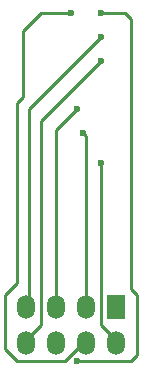
<source format=gbl>
G04 #@! TF.FileFunction,Copper,L2,Bot,Signal*
%FSLAX46Y46*%
G04 Gerber Fmt 4.6, Leading zero omitted, Abs format (unit mm)*
G04 Created by KiCad (PCBNEW 4.0.2-stable) date Thursday, 21 July 2016 'pmt' 12:09:51*
%MOMM*%
G01*
G04 APERTURE LIST*
%ADD10C,0.200000*%
%ADD11O,1.500000X2.000000*%
%ADD12R,1.500000X2.000000*%
%ADD13C,0.600000*%
%ADD14C,0.250000*%
G04 APERTURE END LIST*
D10*
D11*
X146558000Y-122932000D03*
X146558000Y-119892000D03*
D12*
X154178000Y-119892000D03*
D11*
X154178000Y-122932000D03*
X151638000Y-119892000D03*
X151638000Y-122932000D03*
X149098000Y-119892000D03*
X149098000Y-122932000D03*
D13*
X152908000Y-99060000D03*
X152908000Y-97028000D03*
X150876000Y-124460000D03*
X152908000Y-94996000D03*
X150876000Y-103124000D03*
X150368000Y-94996000D03*
X151384000Y-105156000D03*
X152908000Y-107696000D03*
D14*
X147828000Y-121412000D02*
X146558000Y-122682000D01*
X147828000Y-104140000D02*
X147828000Y-121412000D01*
X152908000Y-99060000D02*
X147828000Y-104140000D01*
X146812000Y-103124000D02*
X146812000Y-119888000D01*
X152908000Y-97028000D02*
X146812000Y-103124000D01*
X146812000Y-119888000D02*
X146558000Y-120142000D01*
X155448000Y-124460000D02*
X150876000Y-124460000D01*
X155956000Y-123952000D02*
X155448000Y-124460000D01*
X155956000Y-118872000D02*
X155956000Y-123952000D01*
X155448000Y-118364000D02*
X155956000Y-118872000D01*
X155448000Y-95504000D02*
X155448000Y-118364000D01*
X154940000Y-94996000D02*
X155448000Y-95504000D01*
X152908000Y-94996000D02*
X154940000Y-94996000D01*
X149098000Y-104902000D02*
X149098000Y-120142000D01*
X150876000Y-103124000D02*
X149098000Y-104902000D01*
X146304000Y-96520000D02*
X146304000Y-102108000D01*
X150368000Y-94996000D02*
X147828000Y-94996000D01*
X147828000Y-94996000D02*
X146304000Y-96520000D01*
X144780000Y-118872000D02*
X144780000Y-123444000D01*
X144780000Y-123444000D02*
X145796000Y-124460000D01*
X145796000Y-124460000D02*
X149860000Y-124460000D01*
X151638000Y-122682000D02*
X149860000Y-124460000D01*
X145796000Y-117856000D02*
X144780000Y-118872000D01*
X145796000Y-102616000D02*
X145796000Y-117856000D01*
X146304000Y-102108000D02*
X145796000Y-102616000D01*
X151638000Y-105410000D02*
X151638000Y-120142000D01*
X151384000Y-105156000D02*
X151638000Y-105410000D01*
X152908000Y-121412000D02*
X154178000Y-122682000D01*
X152908000Y-107696000D02*
X152908000Y-121412000D01*
M02*

</source>
